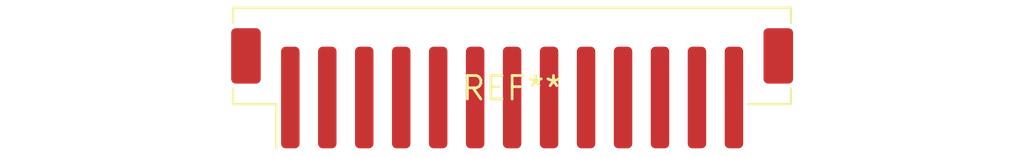
<source format=kicad_pcb>
(kicad_pcb (version 20240108) (generator pcbnew)
  (layers (0 "F.Cu" signal) (31 "B.Cu" signal) (34 "B.Paste" user) (35 "F.Paste" user) (36 "B.SilkS" user "B.Silkscreen") (37 "F.SilkS" user "F.Silkscreen") (38 "B.Mask" user) (39 "F.Mask" user) (44 "Edge.Cuts" user))
  (net 0 "")
  (footprint "JST_PH_B13B-PH-SM4-TB_1x13-1MP_P2.00mm_Vertical" (layer "F.Cu") (at 0 0)
    (property "Reference" "REF**")
    (property "Value" "JST_PH_B13B-PH-SM4-TB_1x13-1MP_P2.00mm_Vertical")
    (fp_line (start -15.085 -4.36) (end 15.085 -4.36) (layer "F.SilkS") (stroke (width 0.12)))
    (fp_line (start -15.085 -3.51) (end -15.085 -4.36) (layer "F.SilkS") (stroke (width 0.12)))
    (fp_line (start -15.085 0.01) (end -15.085 0.86) (layer "F.SilkS") (stroke (width 0.12)))
    (fp_line (start -15.085 0.86) (end -12.76 0.86) (layer "F.SilkS") (stroke (width 0.12)))
    (fp_line (start -12.76 0.86) (end -12.76 3.25) (layer "F.SilkS") (stroke (width 0.12)))
    (fp_line (start 15.085 -4.36) (end 15.085 -3.51) (layer "F.SilkS") (stroke (width 0.12)))
    (fp_line (start 15.085 0.01) (end 15.085 0.86) (layer "F.SilkS") (stroke (width 0.12)))
    (fp_line (start 15.085 0.86) (end 12.76 0.86) (layer "F.SilkS") (stroke (width 0.12)))
    (pad "1" smd roundrect (at -12 0.5) (size 1 5.5) (layers "F.Cu" "F.Paste" "F.Mask"))
    (pad "2" smd roundrect (at -10 0.5) (size 1 5.5) (layers "F.Cu" "F.Paste" "F.Mask"))
    (pad "3" smd roundrect (at -8 0.5) (size 1 5.5) (layers "F.Cu" "F.Paste" "F.Mask"))
    (pad "4" smd roundrect (at -6 0.5) (size 1 5.5) (layers "F.Cu" "F.Paste" "F.Mask"))
    (pad "5" smd roundrect (at -4 0.5) (size 1 5.5) (layers "F.Cu" "F.Paste" "F.Mask"))
    (pad "6" smd roundrect (at -2 0.5) (size 1 5.5) (layers "F.Cu" "F.Paste" "F.Mask"))
    (pad "7" smd roundrect (at 0 0.5) (size 1 5.5) (layers "F.Cu" "F.Paste" "F.Mask"))
    (pad "8" smd roundrect (at 2 0.5) (size 1 5.5) (layers "F.Cu" "F.Paste" "F.Mask"))
    (pad "9" smd roundrect (at 4 0.5) (size 1 5.5) (layers "F.Cu" "F.Paste" "F.Mask"))
    (pad "10" smd roundrect (at 6 0.5) (size 1 5.5) (layers "F.Cu" "F.Paste" "F.Mask"))
    (pad "11" smd roundrect (at 8 0.5) (size 1 5.5) (layers "F.Cu" "F.Paste" "F.Mask"))
    (pad "12" smd roundrect (at 10 0.5) (size 1 5.5) (layers "F.Cu" "F.Paste" "F.Mask"))
    (pad "13" smd roundrect (at 12 0.5) (size 1 5.5) (layers "F.Cu" "F.Paste" "F.Mask"))
    (pad "MP" smd roundrect (at -14.4 -1.75) (size 1.6 3) (layers "F.Cu" "F.Paste" "F.Mask") (roundrect_rratio 0.15625))
    (pad "MP" smd roundrect (at 14.4 -1.75) (size 1.6 3) (layers "F.Cu" "F.Paste" "F.Mask") (roundrect_rratio 0.15625))
  )
)
</source>
